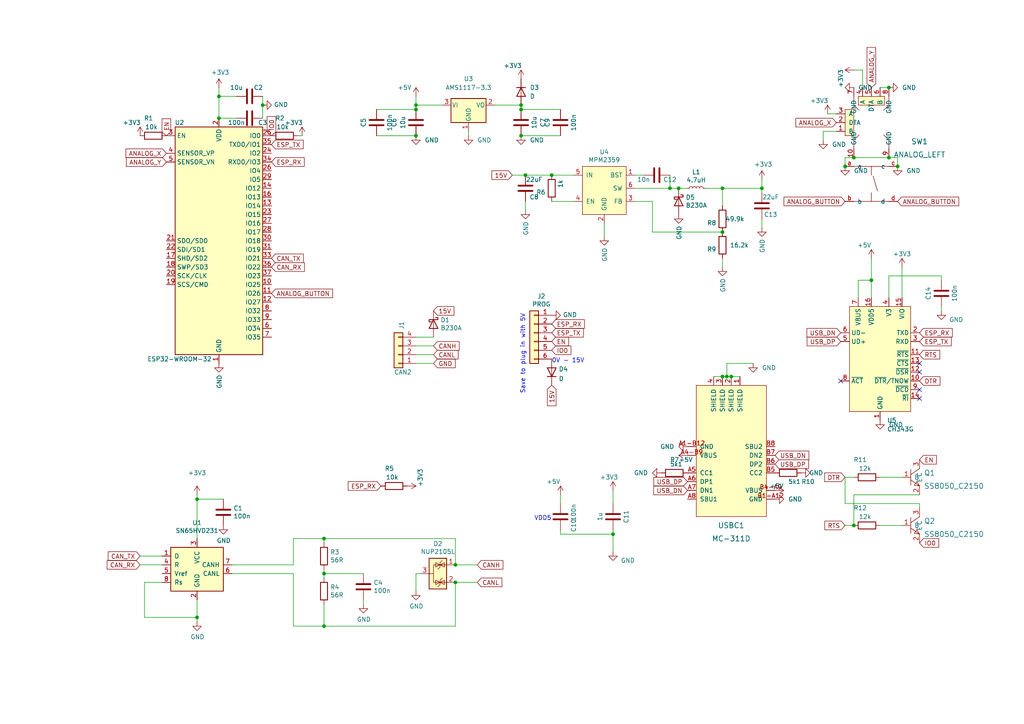
<source format=kicad_sch>
(kicad_sch (version 20211123) (generator eeschema)
  (paper "A4")
  (lib_symbols
    (symbol "Connector_Generic:Conn_01x04" (pin_names (offset 1.016) hide)
      (property "Reference" "J" (at 0 5.08 0))
      (property "Value" "Conn_01x04" (at 0 -7.62 0))
      (symbol "Conn_01x04_1_1"
        (rectangle (start -1.27 -4.953) (end 0 -5.207) (stroke (width 0.1524)))
        (rectangle (start -1.27 -2.413) (end 0 -2.667) (stroke (width 0.1524)))
        (rectangle (start -1.27 0.127) (end 0 -0.127) (stroke (width 0.1524)))
        (rectangle (start -1.27 2.667) (end 0 2.413) (stroke (width 0.1524)))
        (rectangle (start -1.27 3.81) (end 1.27 -6.35) (stroke (width 0.254)) (fill (type background)))
        (pin passive line (at -5.08 2.54 0) (length 3.81) (name "Pin_1") (number "1"))
        (pin passive line (at -5.08 0 0) (length 3.81) (name "Pin_2") (number "2"))
        (pin passive line (at -5.08 -2.54 0) (length 3.81) (name "Pin_3") (number "3"))
        (pin passive line (at -5.08 -5.08 0) (length 3.81) (name "Pin_4") (number "4"))
      )
    )
    (symbol "Connector_Generic:Conn_01x06" (pin_names (offset 1.016) hide)
      (property "Reference" "J" (at 0 7.62 0))
      (property "Value" "Conn_01x06" (at 0 -10.16 0))
      (symbol "Conn_01x06_1_1"
        (rectangle (start -1.27 -7.493) (end 0 -7.747) (stroke (width 0.1524)))
        (rectangle (start -1.27 -4.953) (end 0 -5.207) (stroke (width 0.1524)))
        (rectangle (start -1.27 -2.413) (end 0 -2.667) (stroke (width 0.1524)))
        (rectangle (start -1.27 0.127) (end 0 -0.127) (stroke (width 0.1524)))
        (rectangle (start -1.27 2.667) (end 0 2.413) (stroke (width 0.1524)))
        (rectangle (start -1.27 5.207) (end 0 4.953) (stroke (width 0.1524)))
        (rectangle (start -1.27 6.35) (end 1.27 -8.89) (stroke (width 0.254)) (fill (type background)))
        (pin passive line (at -5.08 5.08 0) (length 3.81) (name "Pin_1") (number "1"))
        (pin passive line (at -5.08 2.54 0) (length 3.81) (name "Pin_2") (number "2"))
        (pin passive line (at -5.08 0 0) (length 3.81) (name "Pin_3") (number "3"))
        (pin passive line (at -5.08 -2.54 0) (length 3.81) (name "Pin_4") (number "4"))
        (pin passive line (at -5.08 -5.08 0) (length 3.81) (name "Pin_5") (number "5"))
        (pin passive line (at -5.08 -7.62 0) (length 3.81) (name "Pin_6") (number "6"))
      )
    )
    (symbol "Device:C" (pin_numbers hide) (pin_names (offset 0.254))
      (property "Reference" "C" (at 0.635 2.54 0))
      (property "Value" "C" (at 0.635 -2.54 0))
      (symbol "C_0_1"
        (polyline (pts (xy -2.032 -0.762) (xy 2.032 -0.762)) (stroke (width 0.508)))
        (polyline (pts (xy -2.032 0.762) (xy 2.032 0.762)) (stroke (width 0.508)))
      )
      (symbol "C_1_1"
        (pin passive line (at 0 3.81 270) (length 2.794) (name "~") (number "1"))
        (pin passive line (at 0 -3.81 90) (length 2.794) (name "~") (number "2"))
      )
    )
    (symbol "Device:D" (pin_numbers hide) (pin_names (offset 1.016) hide)
      (property "Reference" "D" (at 0 2.54 0))
      (property "Value" "D" (at 0 -2.54 0))
      (symbol "D_0_1"
        (polyline (pts (xy -1.27 1.27) (xy -1.27 -1.27)) (stroke (width 0.254)))
        (polyline (pts (xy 1.27 0) (xy -1.27 0)))
        (polyline (pts (xy 1.27 1.27) (xy 1.27 -1.27) (xy -1.27 0) (xy 1.27 1.27)) (stroke (width 0.254)))
      )
      (symbol "D_1_1"
        (pin passive line (at -3.81 0 0) (length 2.54) (name "K") (number "1"))
        (pin passive line (at 3.81 0 180) (length 2.54) (name "A") (number "2"))
      )
    )
    (symbol "Device:L_Small" (pin_numbers hide) (pin_names (offset 0.254) hide)
      (property "Reference" "L" (at 0.762 1.016 0))
      (property "Value" "L_Small" (at 0.762 -1.016 0))
      (symbol "L_Small_0_1"
        (arc (start 0 -2.032) (mid 0.508 -1.524) (end 0 -1.016))
        (arc (start 0 -1.016) (mid 0.508 -0.508) (end 0 0))
        (arc (start 0 0) (mid 0.508 0.508) (end 0 1.016))
        (arc (start 0 1.016) (mid 0.508 1.524) (end 0 2.032))
      )
      (symbol "L_Small_1_1"
        (pin passive line (at 0 2.54 270) (length 0.508) (name "~") (number "1"))
        (pin passive line (at 0 -2.54 90) (length 0.508) (name "~") (number "2"))
      )
    )
    (symbol "Device:R" (pin_numbers hide) (pin_names (offset 0))
      (property "Reference" "R" (at 2.032 0 90))
      (property "Value" "R" (at 0 0 90))
      (symbol "R_0_1"
        (rectangle (start -1.016 -2.54) (end 1.016 2.54) (stroke (width 0.254)))
      )
      (symbol "R_1_1"
        (pin passive line (at 0 3.81 270) (length 1.27) (name "~") (number "1"))
        (pin passive line (at 0 -3.81 90) (length 1.27) (name "~") (number "2"))
      )
    )
    (symbol "Diode:B230" (pin_numbers hide) (pin_names (offset 1.016) hide)
      (property "Reference" "D" (at 0 2.54 0))
      (property "Value" "B230" (at 0 -2.54 0))
      (symbol "B230_0_1"
        (polyline (pts (xy 1.27 0) (xy -1.27 0)))
        (polyline (pts (xy 1.27 1.27) (xy 1.27 -1.27) (xy -1.27 0) (xy 1.27 1.27)) (stroke (width 0.254)))
        (polyline (pts (xy -1.905 0.635) (xy -1.905 1.27) (xy -1.27 1.27) (xy -1.27 -1.27) (xy -0.635 -1.27) (xy -0.635 -0.635)) (stroke (width 0.254)))
      )
      (symbol "B230_1_1"
        (pin passive line (at -3.81 0 0) (length 2.54) (name "K") (number "1"))
        (pin passive line (at 3.81 0 180) (length 2.54) (name "A") (number "2"))
      )
    )
    (symbol "Interface_CAN_LIN:SN65HVD231" (pin_names (offset 1.016))
      (property "Reference" "U" (at -2.54 10.16 0))
      (property "Value" "SN65HVD231" (at -2.54 7.62 0))
      (symbol "SN65HVD231_0_1"
        (rectangle (start -7.62 5.08) (end 7.62 -7.62) (stroke (width 0.254)) (fill (type background)))
      )
      (symbol "SN65HVD231_1_1"
        (pin input line (at -10.16 2.54 0) (length 2.54) (name "D") (number "1"))
        (pin power_in line (at 0 -10.16 90) (length 2.54) (name "GND") (number "2"))
        (pin power_in line (at 0 7.62 270) (length 2.54) (name "VCC") (number "3"))
        (pin output line (at -10.16 0 0) (length 2.54) (name "R") (number "4"))
        (pin output line (at -10.16 -2.54 0) (length 2.54) (name "Vref") (number "5"))
        (pin bidirectional line (at 10.16 -2.54 180) (length 2.54) (name "CANL") (number "6"))
        (pin bidirectional line (at 10.16 0 180) (length 2.54) (name "CANH") (number "7"))
        (pin input line (at -10.16 -5.08 0) (length 2.54) (name "Rs") (number "8"))
      )
    )
    (symbol "Power_Protection:NUP2105L" (pin_names hide)
      (property "Reference" "D" (at 5.715 2.54 0))
      (property "Value" "NUP2105L" (at 5.715 0.635 0))
      (symbol "NUP2105L_0_0"
        (pin passive line (at 0 -5.08 90) (length 2.54) (name "A") (number "3"))
      )
      (symbol "NUP2105L_0_1"
        (rectangle (start -4.445 2.54) (end 4.445 -2.54) (stroke (width 0.254)) (fill (type background)))
        (polyline (pts (xy -2.54 2.54) (xy -2.54 0.635)))
        (polyline (pts (xy 0 -1.27) (xy 0 -2.54)))
        (polyline (pts (xy 2.54 2.54) (xy 2.54 0.635)))
        (polyline (pts (xy -3.81 1.27) (xy -3.175 0.635) (xy -1.905 0.635) (xy -1.27 0)))
        (polyline (pts (xy -2.54 0.635) (xy -2.54 -1.27) (xy 2.54 -1.27) (xy 2.54 0.635)))
        (polyline (pts (xy -2.54 0.635) (xy -1.905 -0.635) (xy -3.175 -0.635) (xy -2.54 0.635)))
        (polyline (pts (xy 2.54 0.635) (xy 1.905 -0.635) (xy 3.175 -0.635) (xy 2.54 0.635)))
        (polyline (pts (xy 2.54 0.635) (xy 3.175 1.905) (xy 1.905 1.905) (xy 2.54 0.635)))
        (polyline (pts (xy -2.54 0.635) (xy -3.175 1.905) (xy -1.905 1.905) (xy -2.54 0.635) (xy -2.54 1.27)))
        (polyline (pts (xy 1.27 1.27) (xy 1.905 0.635) (xy 2.54 0.635) (xy 3.175 0.635) (xy 3.81 0)))
      )
      (symbol "NUP2105L_1_1"
        (pin passive line (at -2.54 5.08 270) (length 2.54) (name "K") (number "1"))
        (pin passive line (at 2.54 5.08 270) (length 2.54) (name "K") (number "2"))
      )
    )
    (symbol "RF_Module:ESP32-WROOM-32"
      (property "Reference" "U" (at -12.7 34.29 0))
      (property "Value" "ESP32-WROOM-32" (at 1.27 34.29 0))
      (symbol "ESP32-WROOM-32_0_1"
        (rectangle (start -12.7 33.02) (end 12.7 -33.02) (stroke (width 0.254)) (fill (type background)))
      )
      (symbol "ESP32-WROOM-32_1_1"
        (pin power_in line (at 0 -35.56 90) (length 2.54) (name "GND") (number "1"))
        (pin bidirectional line (at 15.24 -12.7 180) (length 2.54) (name "IO25") (number "10"))
        (pin bidirectional line (at 15.24 -15.24 180) (length 2.54) (name "IO26") (number "11"))
        (pin bidirectional line (at 15.24 -17.78 180) (length 2.54) (name "IO27") (number "12"))
        (pin bidirectional line (at 15.24 10.16 180) (length 2.54) (name "IO14") (number "13"))
        (pin bidirectional line (at 15.24 15.24 180) (length 2.54) (name "IO12") (number "14"))
        (pin passive line (at 0 -35.56 90) (length 2.54) hide (name "GND") (number "15"))
        (pin bidirectional line (at 15.24 12.7 180) (length 2.54) (name "IO13") (number "16"))
        (pin bidirectional line (at -15.24 -5.08 0) (length 2.54) (name "SHD/SD2") (number "17"))
        (pin bidirectional line (at -15.24 -7.62 0) (length 2.54) (name "SWP/SD3") (number "18"))
        (pin bidirectional line (at -15.24 -12.7 0) (length 2.54) (name "SCS/CMD") (number "19"))
        (pin power_in line (at 0 35.56 270) (length 2.54) (name "VDD") (number "2"))
        (pin bidirectional line (at -15.24 -10.16 0) (length 2.54) (name "SCK/CLK") (number "20"))
        (pin bidirectional line (at -15.24 0 0) (length 2.54) (name "SDO/SD0") (number "21"))
        (pin bidirectional line (at -15.24 -2.54 0) (length 2.54) (name "SDI/SD1") (number "22"))
        (pin bidirectional line (at 15.24 7.62 180) (length 2.54) (name "IO15") (number "23"))
        (pin bidirectional line (at 15.24 25.4 180) (length 2.54) (name "IO2") (number "24"))
        (pin bidirectional line (at 15.24 30.48 180) (length 2.54) (name "IO0") (number "25"))
        (pin bidirectional line (at 15.24 20.32 180) (length 2.54) (name "IO4") (number "26"))
        (pin bidirectional line (at 15.24 5.08 180) (length 2.54) (name "IO16") (number "27"))
        (pin bidirectional line (at 15.24 2.54 180) (length 2.54) (name "IO17") (number "28"))
        (pin bidirectional line (at 15.24 17.78 180) (length 2.54) (name "IO5") (number "29"))
        (pin input line (at -15.24 30.48 0) (length 2.54) (name "EN") (number "3"))
        (pin bidirectional line (at 15.24 0 180) (length 2.54) (name "IO18") (number "30"))
        (pin bidirectional line (at 15.24 -2.54 180) (length 2.54) (name "IO19") (number "31"))
        (pin no_connect line (at -12.7 -27.94 0) (length 2.54) hide (name "NC") (number "32"))
        (pin bidirectional line (at 15.24 -5.08 180) (length 2.54) (name "IO21") (number "33"))
        (pin bidirectional line (at 15.24 22.86 180) (length 2.54) (name "RXD0/IO3") (number "34"))
        (pin bidirectional line (at 15.24 27.94 180) (length 2.54) (name "TXD0/IO1") (number "35"))
        (pin bidirectional line (at 15.24 -7.62 180) (length 2.54) (name "IO22") (number "36"))
        (pin bidirectional line (at 15.24 -10.16 180) (length 2.54) (name "IO23") (number "37"))
        (pin passive line (at 0 -35.56 90) (length 2.54) hide (name "GND") (number "38"))
        (pin passive line (at 0 -35.56 90) (length 2.54) hide (name "GND") (number "39"))
        (pin input line (at -15.24 25.4 0) (length 2.54) (name "SENSOR_VP") (number "4"))
        (pin input line (at -15.24 22.86 0) (length 2.54) (name "SENSOR_VN") (number "5"))
        (pin input line (at 15.24 -25.4 180) (length 2.54) (name "IO34") (number "6"))
        (pin input line (at 15.24 -27.94 180) (length 2.54) (name "IO35") (number "7"))
        (pin bidirectional line (at 15.24 -20.32 180) (length 2.54) (name "IO32") (number "8"))
        (pin bidirectional line (at 15.24 -22.86 180) (length 2.54) (name "IO33") (number "9"))
      )
    )
    (symbol "Regulator_Linear:AMS1117-3.3" (pin_names (offset 0.254))
      (property "Reference" "U" (at -3.81 3.175 0))
      (property "Value" "AMS1117-3.3" (at 0 3.175 0))
      (symbol "AMS1117-3.3_0_1"
        (rectangle (start -5.08 -5.08) (end 5.08 1.905) (stroke (width 0.254)) (fill (type background)))
      )
      (symbol "AMS1117-3.3_1_1"
        (pin power_in line (at 0 -7.62 90) (length 2.54) (name "GND") (number "1"))
        (pin power_out line (at 7.62 0 180) (length 2.54) (name "VO") (number "2"))
        (pin power_in line (at -7.62 0 0) (length 2.54) (name "VI") (number "3"))
      )
    )
    (symbol "SS8050:SS8050_C2150" (pin_names (offset 1.016))
      (property "Reference" "Q?" (at 0 10.16 0))
      (property "Value" "SS8050_C2150" (at 0 -10.16 0))
      (symbol "SS8050_C2150_1_1"
        (polyline (pts (xy -2.54 -0.762) (xy 0 -2.54)))
        (polyline (pts (xy -2.54 2.286) (xy -2.54 -2.286)))
        (polyline (pts (xy 0 2.54) (xy -2.54 0.762)))
        (polyline (pts (xy 0 -2.54) (xy -0.762 -1.27) (xy -1.524 -2.286) (xy 0 -2.54)) (fill (type background)))
        (pin unspecified line (at -5.08 0 0) (length 2.54) (name "B") (number "1"))
        (pin unspecified line (at 0 -5.08 90) (length 2.54) (name "E") (number "2"))
        (pin unspecified line (at 0 5.08 270) (length 2.54) (name "C") (number "3"))
      )
    )
    (symbol "analog_stick:RKJXV122400D" (pin_names (offset 1.016))
      (property "Reference" "SW?" (at 0 22.86 0))
      (property "Value" "RKJXV122400D" (at 0 -20.32 0))
      (symbol "RKJXV122400D_1_1"
        (rectangle (start -7.62 11.43) (end -5.08 3.81) (fill (type background)))
        (rectangle (start -3.81 15.24) (end 3.81 12.7) (fill (type background)))
        (polyline (pts (xy -5.08 -15.24) (xy 5.08 -15.24)))
        (polyline (pts (xy -5.08 -5.08) (xy 5.08 -5.08)))
        (polyline (pts (xy -5.08 12.7) (xy -5.08 15.24)))
        (polyline (pts (xy -5.08 12.7) (xy -3.556 11.176)))
        (polyline (pts (xy 0 -15.24) (xy 0 -12.7)))
        (polyline (pts (xy 0 -5.08) (xy 0 -7.62)))
        (polyline (pts (xy 0.508 -7.874) (xy 1.778 -12.192)))
        (polyline (pts (xy -5.08 0) (xy -5.08 2.54) (xy -3.556 4.064)))
        (polyline (pts (xy 5.08 0) (xy 5.08 2.54) (xy 3.556 4.064)))
        (polyline (pts (xy 5.08 15.24) (xy 5.08 12.7) (xy 3.556 11.176)))
        (pin unspecified line (at -10.16 5.08 0) (length 2.54) (name "B") (number "1"))
        (pin unspecified line (at -5.08 -2.54 90) (length 2.54) (name "GND") (number "10"))
        (pin unspecified line (at -10.16 7.62 0) (length 2.54) (name "DTA") (number "2"))
        (pin unspecified line (at -10.16 10.16 0) (length 2.54) (name "A") (number "3"))
        (pin unspecified line (at -2.54 17.78 270) (length 2.54) (name "A") (number "4"))
        (pin unspecified line (at 0 17.78 270) (length 2.54) (name "DTA") (number "5"))
        (pin unspecified line (at 2.54 17.78 270) (length 2.54) (name "B") (number "6"))
        (pin unspecified line (at -5.08 17.78 270) (length 2.54) (name "GND") (number "7"))
        (pin unspecified line (at 5.08 17.78 270) (length 2.54) (name "GND") (number "8"))
        (pin unspecified line (at 5.08 -2.54 90) (length 2.54) (name "GND") (number "9"))
        (pin unspecified line (at -7.62 -5.08 0) (length 2.54) (name "a") (number "a"))
        (pin unspecified line (at -7.62 -15.24 0) (length 2.54) (name "b") (number "b"))
        (pin unspecified line (at 7.62 -5.08 180) (length 2.54) (name "c") (number "c"))
        (pin unspecified line (at 7.62 -15.24 180) (length 2.54) (name "d") (number "d"))
      )
    )
    (symbol "boardcomputer:MPM2359" (pin_names (offset 1.016))
      (property "Reference" "U" (at 1.27 5.08 0))
      (property "Value" "MPM2359" (at 5.08 2.54 0))
      (symbol "MPM2359_0_1"
        (rectangle (start 0 0) (end 12.7 -13.97) (fill (type background)))
      )
      (symbol "MPM2359_1_1"
        (pin input line (at 15.24 -2.54 180) (length 2.54) (name "BST") (number "1"))
        (pin power_in line (at 6.35 -16.51 90) (length 2.54) (name "GND") (number "2"))
        (pin input line (at 15.24 -10.16 180) (length 2.54) (name "FB") (number "3"))
        (pin input line (at -2.54 -10.16 0) (length 2.54) (name "EN") (number "4"))
        (pin power_in line (at -2.54 -2.54 0) (length 2.54) (name "IN") (number "5"))
        (pin power_out line (at 15.24 -6.35 180) (length 2.54) (name "SW") (number "6"))
      )
    )
    (symbol "power:+3.3V" (power) (pin_names (offset 0))
      (property "Value" "+3.3V" (at 0 3.556 0))
      (symbol "+3.3V_0_1"
        (polyline (pts (xy -0.762 1.27) (xy 0 2.54)))
        (polyline (pts (xy 0 0) (xy 0 2.54)))
        (polyline (pts (xy 0 2.54) (xy 0.762 1.27)))
      )
      (symbol "+3.3V_1_1"
        (pin power_in line (at 0 0 90) (length 0) hide (name "+3V3") (number "1"))
      )
    )
    (symbol "power:+3V3" (power) (pin_names (offset 0))
      (property "Value" "+3V3" (at 0 3.556 0))
      (symbol "+3V3_0_1"
        (polyline (pts (xy -0.762 1.27) (xy 0 2.54)))
        (polyline (pts (xy 0 0) (xy 0 2.54)))
        (polyline (pts (xy 0 2.54) (xy 0.762 1.27)))
      )
      (symbol "+3V3_1_1"
        (pin power_in line (at 0 0 90) (length 0) hide (name "+3V3") (number "1"))
      )
    )
    (symbol "power:+5V" (power) (pin_names (offset 0))
      (property "Value" "+5V" (at 0 3.556 0))
      (symbol "+5V_0_1"
        (polyline (pts (xy -0.762 1.27) (xy 0 2.54)))
        (polyline (pts (xy 0 0) (xy 0 2.54)))
        (polyline (pts (xy 0 2.54) (xy 0.762 1.27)))
      )
      (symbol "+5V_1_1"
        (pin power_in line (at 0 0 90) (length 0) hide (name "+5V") (number "1"))
      )
    )
    (symbol "power:GND" (power) (pin_names (offset 0))
      (property "Value" "GND" (at 0 -3.81 0))
      (symbol "GND_0_1"
        (polyline (pts (xy 0 0) (xy 0 -1.27) (xy 1.27 -1.27) (xy 0 -2.54) (xy -1.27 -1.27) (xy 0 -1.27)))
      )
      (symbol "GND_1_1"
        (pin power_in line (at 0 0 270) (length 0) hide (name "GND") (number "1"))
      )
    )
    (symbol "usb_c_bobby:MC-311D" (pin_names (offset 1.016))
      (property "Reference" "USBC?" (at 0 24.13 0))
      (property "Value" "MC-311D" (at 0 -21.59 0))
      (symbol "MC-311D_1_1"
        (rectangle (start -10.16 16.51) (end 10.16 -21.59) (fill (type background)))
        (pin unspecified line (at 2.54 19.05 270) (length 2.54) (name "SHIELD") (number "1"))
        (pin unspecified line (at 0 19.05 270) (length 2.54) (name "SHIELD") (number "2"))
        (pin unspecified line (at -2.54 19.05 270) (length 2.54) (name "SHIELD") (number "3"))
        (pin unspecified line (at -5.08 19.05 270) (length 2.54) (name "SHIELD") (number "4"))
        (pin unspecified line (at -12.7 -1.27 0) (length 2.54) (name "GND") (number "A1-B12"))
        (pin unspecified line (at -12.7 -3.81 0) (length 2.54) (name "VBUS") (number "A4-B9"))
        (pin unspecified line (at -12.7 -8.89 0) (length 2.54) (name "CC1") (number "A5"))
        (pin unspecified line (at -12.7 -11.43 0) (length 2.54) (name "DP1") (number "A6"))
        (pin unspecified line (at -12.7 -13.97 0) (length 2.54) (name "DN1") (number "A7"))
        (pin unspecified line (at -12.7 -16.51 0) (length 2.54) (name "SBU1") (number "A8"))
        (pin unspecified line (at 12.7 -16.51 180) (length 2.54) (name "GND") (number "B1-A12"))
        (pin unspecified line (at 12.7 -13.97 180) (length 2.54) (name "VBUS") (number "B4-A9"))
        (pin unspecified line (at 12.7 -8.89 180) (length 2.54) (name "CC2") (number "B5"))
        (pin unspecified line (at 12.7 -6.35 180) (length 2.54) (name "DP2") (number "B6"))
        (pin unspecified line (at 12.7 -3.81 180) (length 2.54) (name "DN2") (number "B7"))
        (pin unspecified line (at 12.7 -1.27 180) (length 2.54) (name "SBU2") (number "B8"))
      )
    )
    (symbol "wch-usb-uart:CH343G"
      (property "Reference" "U" (at 6.35 -17.78 0))
      (property "Value" "CH343G" (at 6.35 -20.32 0))
      (symbol "CH343G_0_1"
        (rectangle (start -8.89 15.24) (end 8.89 -15.24) (stroke (width 0.1524)) (fill (type background)))
      )
      (symbol "CH343G_1_1"
        (pin passive line (at 0 -17.78 90) (length 2.54) (name "GND") (number "1"))
        (pin output line (at 11.43 -6.35 180) (length 2.54) (name "~{DTR}/TNOW") (number "10"))
        (pin output line (at 11.43 1.27 180) (length 2.54) (name "~{RTS}") (number "11"))
        (pin input line (at 11.43 -3.81 180) (length 2.54) (name "~{DSR}") (number "12"))
        (pin input line (at 11.43 -1.27 180) (length 2.54) (name "~{CTS}") (number "13"))
        (pin input line (at 11.43 -11.43 180) (length 2.54) (name "~{RI}") (number "14"))
        (pin power_in line (at 6.35 17.78 270) (length 2.54) (name "VIO") (number "15"))
        (pin power_in line (at -2.54 17.78 270) (length 2.54) (name "VDD5") (number "16"))
        (pin output line (at 11.43 7.62 180) (length 2.54) (name "TXD") (number "2"))
        (pin input line (at 11.43 5.08 180) (length 2.54) (name "RXD") (number "3"))
        (pin power_in line (at 2.54 17.78 270) (length 2.54) (name "V3") (number "4"))
        (pin bidirectional line (at -11.43 5.08 0) (length 2.54) (name "UD+") (number "5"))
        (pin bidirectional line (at -11.43 7.62 0) (length 2.54) (name "UD-") (number "6"))
        (pin input line (at -6.35 17.78 270) (length 2.54) (name "VBUS") (number "7"))
        (pin output line (at -11.43 -6.35 0) (length 2.54) (name "~{ACT}") (number "8"))
        (pin input line (at 11.43 -8.89 180) (length 2.54) (name "~{DCD}") (number "9"))
      )
    )
  )
  (junction (at 132.08 163.83))
  (junction (at 257.81 45.72))
  (junction (at 151.13 30.48))
  (junction (at 260.35 48.26))
  (junction (at 63.5 34.29))
  (junction (at 120.65 30.48))
  (junction (at 177.8 154.94))
  (junction (at 196.85 54.61))
  (junction (at 247.65 152.4))
  (junction (at 212.09 109.22))
  (junction (at 220.98 54.61))
  (junction (at 93.98 156.21))
  (junction (at 160.02 50.8))
  (junction (at 57.15 144.78))
  (junction (at 63.5 27.94))
  (junction (at 257.81 25.4))
  (junction (at 209.55 67.31))
  (junction (at 57.15 179.07))
  (junction (at 132.08 168.91))
  (junction (at 245.11 48.26))
  (junction (at 93.98 166.37))
  (junction (at 209.55 54.61))
  (junction (at 247.65 45.72))
  (junction (at 151.13 31.75))
  (junction (at 209.55 109.22))
  (junction (at 252.73 81.28))
  (junction (at 120.65 39.37))
  (junction (at 151.13 39.37))
  (junction (at 76.2 30.48))
  (junction (at 210.82 109.22))
  (junction (at 194.31 54.61))
  (junction (at 120.65 31.75))
  (junction (at 152.4 50.8))
  (junction (at 93.98 181.61))
  (no_connect (at 266.7 107.95))
  (no_connect (at 243.84 110.49))
  (no_connect (at 266.7 113.03))
  (no_connect (at 266.7 105.41))
  (no_connect (at 266.7 115.57))
  (wire (pts (xy 152.4 58.42) (xy 152.4 60.96)))
  (wire (pts (xy 57.15 179.07) (xy 57.15 180.34)))
  (wire (pts (xy 160.02 58.42) (xy 166.37 58.42)))
  (wire (pts (xy 120.65 30.48) (xy 120.65 31.75)))
  (wire (pts (xy 87.63 39.37) (xy 86.36 39.37)))
  (wire (pts (xy 68.58 27.94) (xy 63.5 27.94)))
  (wire (pts (xy 240.03 33.02) (xy 242.57 33.02)))
  (wire (pts (xy 177.8 142.24) (xy 177.8 146.05)))
  (wire (pts (xy 93.98 156.21) (xy 93.98 157.48)))
  (wire (pts (xy 41.91 168.91) (xy 41.91 179.07)))
  (wire (pts (xy 64.77 144.78) (xy 57.15 144.78)))
  (wire (pts (xy 93.98 181.61) (xy 132.08 181.61)))
  (wire (pts (xy 184.15 54.61) (xy 194.31 54.61)))
  (wire (pts (xy 132.08 163.83) (xy 138.43 163.83)))
  (wire (pts (xy 266.7 143.51) (xy 247.65 143.51)))
  (wire (pts (xy 143.51 30.48) (xy 151.13 30.48)))
  (wire (pts (xy 175.26 64.77) (xy 175.26 68.58)))
  (wire (pts (xy 220.98 52.07) (xy 220.98 54.61)))
  (wire (pts (xy 57.15 144.78) (xy 57.15 156.21)))
  (wire (pts (xy 162.56 154.94) (xy 177.8 154.94)))
  (wire (pts (xy 67.31 166.37) (xy 85.09 166.37)))
  (wire (pts (xy 257.81 80.01) (xy 257.81 86.36)))
  (wire (pts (xy 242.57 38.1) (xy 238.76 38.1)))
  (wire (pts (xy 189.23 58.42) (xy 189.23 67.31)))
  (wire (pts (xy 209.55 54.61) (xy 220.98 54.61)))
  (wire (pts (xy 151.13 30.48) (xy 151.13 31.75)))
  (wire (pts (xy 189.23 67.31) (xy 209.55 67.31)))
  (wire (pts (xy 247.65 20.32) (xy 250.19 20.32)))
  (wire (pts (xy 40.64 161.29) (xy 46.99 161.29)))
  (wire (pts (xy 162.56 153.67) (xy 162.56 154.94)))
  (wire (pts (xy 166.37 50.8) (xy 160.02 50.8)))
  (wire (pts (xy 238.76 38.1) (xy 238.76 40.64)))
  (wire (pts (xy 125.73 100.33) (xy 120.65 100.33)))
  (wire (pts (xy 273.05 88.9) (xy 273.05 90.17)))
  (wire (pts (xy 152.4 50.8) (xy 160.02 50.8)))
  (wire (pts (xy 220.98 66.04) (xy 220.98 63.5)))
  (wire (pts (xy 220.98 54.61) (xy 220.98 55.88)))
  (wire (pts (xy 266.7 146.05) (xy 266.7 147.32)))
  (wire (pts (xy 245.11 146.05) (xy 266.7 146.05)))
  (wire (pts (xy 63.5 27.94) (xy 63.5 25.4)))
  (wire (pts (xy 105.41 175.26) (xy 105.41 173.99)))
  (wire (pts (xy 204.47 54.61) (xy 209.55 54.61)))
  (wire (pts (xy 132.08 181.61) (xy 132.08 168.91)))
  (wire (pts (xy 57.15 173.99) (xy 57.15 179.07)))
  (wire (pts (xy 194.31 54.61) (xy 196.85 54.61)))
  (wire (pts (xy 252.73 74.93) (xy 252.73 81.28)))
  (wire (pts (xy 209.55 59.69) (xy 209.55 54.61)))
  (wire (pts (xy 245.11 152.4) (xy 247.65 152.4)))
  (wire (pts (xy 255.27 138.43) (xy 261.62 138.43)))
  (wire (pts (xy 177.8 153.67) (xy 177.8 154.94)))
  (wire (pts (xy 120.65 166.37) (xy 121.92 166.37)))
  (wire (pts (xy 93.98 165.1) (xy 93.98 166.37)))
  (wire (pts (xy 76.2 30.48) (xy 76.2 27.94)))
  (wire (pts (xy 132.08 168.91) (xy 138.43 168.91)))
  (wire (pts (xy 210.82 105.41) (xy 210.82 109.22)))
  (wire (pts (xy 247.65 45.72) (xy 257.81 45.72)))
  (wire (pts (xy 57.15 143.51) (xy 57.15 144.78)))
  (wire (pts (xy 63.5 34.29) (xy 63.5 27.94)))
  (wire (pts (xy 46.99 168.91) (xy 41.91 168.91)))
  (wire (pts (xy 63.5 34.29) (xy 68.58 34.29)))
  (wire (pts (xy 67.31 163.83) (xy 85.09 163.83)))
  (wire (pts (xy 255.27 25.4) (xy 257.81 25.4)))
  (wire (pts (xy 245.11 138.43) (xy 247.65 138.43)))
  (wire (pts (xy 260.35 45.72) (xy 260.35 48.26)))
  (wire (pts (xy 151.13 31.75) (xy 162.56 31.75)))
  (wire (pts (xy 255.27 152.4) (xy 261.62 152.4)))
  (wire (pts (xy 109.22 39.37) (xy 120.65 39.37)))
  (wire (pts (xy 109.22 31.75) (xy 120.65 31.75)))
  (wire (pts (xy 245.11 48.26) (xy 245.11 45.72)))
  (wire (pts (xy 125.73 105.41) (xy 120.65 105.41)))
  (wire (pts (xy 273.05 80.01) (xy 273.05 81.28)))
  (wire (pts (xy 162.56 143.51) (xy 162.56 146.05)))
  (wire (pts (xy 210.82 109.22) (xy 212.09 109.22)))
  (wire (pts (xy 76.2 34.29) (xy 76.2 30.48)))
  (wire (pts (xy 93.98 166.37) (xy 93.98 167.64)))
  (wire (pts (xy 120.65 30.48) (xy 128.27 30.48)))
  (wire (pts (xy 209.55 109.22) (xy 207.01 109.22)))
  (wire (pts (xy 120.65 27.94) (xy 120.65 30.48)))
  (wire (pts (xy 120.65 102.87) (xy 125.73 102.87)))
  (wire (pts (xy 210.82 109.22) (xy 209.55 109.22)))
  (wire (pts (xy 245.11 138.43) (xy 245.11 146.05)))
  (wire (pts (xy 177.8 154.94) (xy 177.8 160.02)))
  (wire (pts (xy 218.44 105.41) (xy 210.82 105.41)))
  (wire (pts (xy 252.73 81.28) (xy 252.73 86.36)))
  (wire (pts (xy 196.85 54.61) (xy 199.39 54.61)))
  (wire (pts (xy 247.65 143.51) (xy 247.65 152.4)))
  (wire (pts (xy 93.98 175.26) (xy 93.98 181.61)))
  (wire (pts (xy 151.13 39.37) (xy 162.56 39.37)))
  (wire (pts (xy 184.15 58.42) (xy 189.23 58.42)))
  (wire (pts (xy 257.81 45.72) (xy 260.35 45.72)))
  (wire (pts (xy 212.09 109.22) (xy 214.63 109.22)))
  (wire (pts (xy 135.89 39.37) (xy 135.89 38.1)))
  (wire (pts (xy 120.65 97.79) (xy 125.73 97.79)))
  (wire (pts (xy 41.91 179.07) (xy 57.15 179.07)))
  (wire (pts (xy 252.73 81.28) (xy 248.92 81.28)))
  (wire (pts (xy 132.08 156.21) (xy 132.08 163.83)))
  (wire (pts (xy 209.55 74.93) (xy 209.55 77.47)))
  (wire (pts (xy 257.81 80.01) (xy 273.05 80.01)))
  (wire (pts (xy 120.65 171.45) (xy 120.65 166.37)))
  (wire (pts (xy 85.09 166.37) (xy 85.09 181.61)))
  (wire (pts (xy 85.09 156.21) (xy 85.09 163.83)))
  (wire (pts (xy 184.15 50.8) (xy 186.69 50.8)))
  (wire (pts (xy 250.19 20.32) (xy 250.19 25.4)))
  (wire (pts (xy 40.64 163.83) (xy 46.99 163.83)))
  (wire (pts (xy 85.09 181.61) (xy 93.98 181.61)))
  (wire (pts (xy 85.09 156.21) (xy 93.98 156.21)))
  (wire (pts (xy 248.92 81.28) (xy 248.92 86.36)))
  (wire (pts (xy 105.41 166.37) (xy 93.98 166.37)))
  (wire (pts (xy 194.31 50.8) (xy 194.31 54.61)))
  (wire (pts (xy 261.62 77.47) (xy 261.62 86.36)))
  (wire (pts (xy 245.11 45.72) (xy 247.65 45.72)))
  (wire (pts (xy 93.98 156.21) (xy 132.08 156.21)))
  (wire (pts (xy 148.59 50.8) (xy 152.4 50.8)))
  (text "VDD5" (at 154.94 151.13 0) (effects (font (size 1.27 1.27)) (justify left bottom)))
  (text "Save to plug in with 5V" (at 152.4 114.3 90) (effects (font (size 1.27 1.27)) (justify left bottom)))
  (text "0V - 15V" (at 160.02 105.41 0) (effects (font (size 1.27 1.27)) (justify left bottom)))
  (global_label "ESP_TX" (shape input) (at 78.74 41.91 0) (property "Referenzen zwischen Schaltplänen" "${INTERSHEET_REFS}" (effects hide)))
  (global_label "ESP_TX" (shape input) (at 266.7 99.06 0) (property "Referenzen zwischen Schaltplänen" "${INTERSHEET_REFS}" (effects hide)))
  (global_label "CANH" (shape input) (at 138.43 163.83 0) (property "Referenzen zwischen Schaltplänen" "${INTERSHEET_REFS}" (effects hide)))
  (global_label "IO0" (shape input) (at 78.74 39.37 90) (property "Referenzen zwischen Schaltplänen" "${INTERSHEET_REFS}" (effects hide)))
  (global_label "GND" (shape input) (at 125.73 105.41 0) (property "Referenzen zwischen Schaltplänen" "${INTERSHEET_REFS}" (effects hide)))
  (global_label "IO0" (shape input) (at 266.7 157.48 0) (property "Referenzen zwischen Schaltplänen" "${INTERSHEET_REFS}" (effects hide)))
  (global_label "CAN_RX" (shape input) (at 78.74 77.47 0) (property "Referenzen zwischen Schaltplänen" "${INTERSHEET_REFS}" (effects hide)))
  (global_label "RTS" (shape input) (at 266.7 102.87 0) (property "Referenzen zwischen Schaltplänen" "${INTERSHEET_REFS}" (effects hide)))
  (global_label "EN" (shape input) (at 160.02 99.06 0) (property "Referenzen zwischen Schaltplänen" "${INTERSHEET_REFS}" (effects hide)))
  (global_label "USB_DN" (shape input) (at 243.84 96.52 180) (property "Referenzen zwischen Schaltplänen" "${INTERSHEET_REFS}" (effects hide)))
  (global_label "CAN_TX" (shape input) (at 40.64 161.29 180) (property "Referenzen zwischen Schaltplänen" "${INTERSHEET_REFS}" (effects hide)))
  (global_label "CAN_RX" (shape input) (at 40.64 163.83 180) (property "Referenzen zwischen Schaltplänen" "${INTERSHEET_REFS}" (effects hide)))
  (global_label "ANALOG_Y" (shape input) (at 252.73 25.4 90) (property "Referenzen zwischen Schaltplänen" "${INTERSHEET_REFS}" (effects hide)))
  (global_label "DTR" (shape input) (at 266.7 110.49 0) (property "Referenzen zwischen Schaltplänen" "${INTERSHEET_REFS}" (effects hide)))
  (global_label "EN" (shape input) (at 266.7 133.35 0) (property "Referenzen zwischen Schaltplänen" "${INTERSHEET_REFS}" (effects hide)))
  (global_label "CANL" (shape input) (at 138.43 168.91 0) (property "Referenzen zwischen Schaltplänen" "${INTERSHEET_REFS}" (effects hide)))
  (global_label "ESP_RX" (shape input) (at 160.02 93.98 0) (property "Referenzen zwischen Schaltplänen" "${INTERSHEET_REFS}" (effects hide)))
  (global_label "CANH" (shape input) (at 125.73 100.33 0) (property "Referenzen zwischen Schaltplänen" "${INTERSHEET_REFS}" (effects hide)))
  (global_label "15V" (shape input) (at 125.73 90.17 0) (property "Referenzen zwischen Schaltplänen" "${INTERSHEET_REFS}" (effects hide)))
  (global_label "ESP_RX" (shape input) (at 266.7 96.52 0) (property "Referenzen zwischen Schaltplänen" "${INTERSHEET_REFS}" (effects hide)))
  (global_label "ANALOG_X" (shape input) (at 242.57 35.56 180) (property "Referenzen zwischen Schaltplänen" "${INTERSHEET_REFS}" (effects hide)))
  (global_label "USB_DP" (shape input) (at 224.79 134.62 0) (property "Referenzen zwischen Schaltplänen" "${INTERSHEET_REFS}" (effects hide)))
  (global_label "15V" (shape input) (at 160.02 111.76 270) (property "Referenzen zwischen Schaltplänen" "${INTERSHEET_REFS}" (effects hide)))
  (global_label "EN" (shape input) (at 48.26 39.37 90) (property "Referenzen zwischen Schaltplänen" "${INTERSHEET_REFS}" (effects hide)))
  (global_label "USB_DP" (shape input) (at 199.39 139.7 180) (property "Referenzen zwischen Schaltplänen" "${INTERSHEET_REFS}" (effects hide)))
  (global_label "ANALOG_BUTTON" (shape input) (at 78.74 85.09 0) (property "Referenzen zwischen Schaltplänen" "${INTERSHEET_REFS}" (effects hide)))
  (global_label "ESP_RX" (shape input) (at 110.49 140.97 180) (property "Referenzen zwischen Schaltplänen" "${INTERSHEET_REFS}" (effects hide)))
  (global_label "DTR" (shape input) (at 245.11 138.43 180) (property "Referenzen zwischen Schaltplänen" "${INTERSHEET_REFS}" (effects hide)))
  (global_label "RTS" (shape input) (at 245.11 152.4 180) (property "Referenzen zwischen Schaltplänen" "${INTERSHEET_REFS}" (effects hide)))
  (global_label "USB_DP" (shape input) (at 243.84 99.06 180) (property "Referenzen zwischen Schaltplänen" "${INTERSHEET_REFS}" (effects hide)))
  (global_label "USB_DN" (shape input) (at 199.39 142.24 180) (property "Referenzen zwischen Schaltplänen" "${INTERSHEET_REFS}" (effects hide)))
  (global_label "ESP_TX" (shape input) (at 160.02 96.52 0) (property "Referenzen zwischen Schaltplänen" "${INTERSHEET_REFS}" (effects hide)))
  (global_label "ANALOG_X" (shape input) (at 48.26 44.45 180) (property "Referenzen zwischen Schaltplänen" "${INTERSHEET_REFS}" (effects hide)))
  (global_label "CAN_TX" (shape input) (at 78.74 74.93 0) (property "Referenzen zwischen Schaltplänen" "${INTERSHEET_REFS}" (effects hide)))
  (global_label "15V" (shape input) (at 148.59 50.8 180) (property "Referenzen zwischen Schaltplänen" "${INTERSHEET_REFS}" (effects hide)))
  (global_label "IO0" (shape input) (at 160.02 101.6 0) (property "Referenzen zwischen Schaltplänen" "${INTERSHEET_REFS}" (effects hide)))
  (global_label "ANALOG_BUTTON" (shape input) (at 245.11 58.42 180) (property "Referenzen zwischen Schaltplänen" "${INTERSHEET_REFS}" (effects hide)))
  (global_label "CANL" (shape input) (at 125.73 102.87 0) (property "Referenzen zwischen Schaltplänen" "${INTERSHEET_REFS}" (effects hide)))
  (global_label "ESP_RX" (shape input) (at 78.74 46.99 0) (property "Referenzen zwischen Schaltplänen" "${INTERSHEET_REFS}" (effects hide)))
  (global_label "USB_DN" (shape input) (at 224.79 132.08 0) (property "Referenzen zwischen Schaltplänen" "${INTERSHEET_REFS}" (effects hide)))
  (global_label "ANALOG_Y" (shape input) (at 48.26 46.99 180) (property "Referenzen zwischen Schaltplänen" "${INTERSHEET_REFS}" (effects hide)))
  (global_label "ANALOG_BUTTON" (shape input) (at 260.35 58.42 0) (property "Referenzen zwischen Schaltplänen" "${INTERSHEET_REFS}" (effects hide)))
  (symbol (lib_id "Device:L_Small") (at 201.93 54.61 90) (unit 1)
    (property "Reference" "L1" (at 201.93 49.911 90))
    (property "Value" "4.7uH" (at 201.93 52.2224 90))
    (property "Footprint" "boardcomputer:L_5040" (effects hide))
    (property "LCSC Part #" "C354606" (effects hide))
  )
  (symbol (lib_id "Device:R") (at 114.3 140.97 90) (unit 1)
    (property "Reference" "R5" (at 114.3 135.89 90) (effects (justify left)))
    (property "Value" "10k" (at 115.57 138.43 90) (effects (justify left)))
    (property "Footprint" "Resistor_SMD:R_0603_1608Metric" (effects hide))
    (property "LCSC" "C25804" (effects hide))
  )
  (symbol (lib_id "power:+5V") (at 162.56 143.51 0) (unit 1)
    (property "Reference" "#PWR0135" (effects hide))
    (property "Value" "+5V" (at 162.56 139.7 0) (effects (justify right)))
  )
  (symbol (lib_id "power:GND") (at 218.44 105.41 0) (unit 1)
    (property "Reference" "#PWR0120" (effects hide))
    (property "Value" "GND" (at 220.98 106.6799 0) (effects (justify left)))
  )
  (symbol (lib_id "SS8050:SS8050_C2150") (at 266.7 152.4 0) (unit 1)
    (property "Reference" "Q2" (at 267.97 151.13 0) (effects (font (size 1.524 1.524)) (justify left)))
    (property "Value" "SS8050_C2150" (at 267.97 154.94 0) (effects (font (size 1.524 1.524)) (justify left)))
    (property "Footprint" "SOT-23-3_L2.9-W1.3-P1.90-LS2.4-BR" (effects hide))
    (property "Datasheet" "https://lcsc.com/product-detail/Transistors-NPN-PNP_SS8050-Y1-200-350_C2150.html" (effects hide))
    (property "Manufacturer" "CJ" (effects hide))
    (property "LCSC Part" "C2150" (effects hide))
    (property "JLC Part" "Basic Part" (effects hide))
  )
  (symbol (lib_id "power:GND") (at 76.2 30.48 90) (unit 1)
    (property "Reference" "#PWR0113" (effects hide))
    (property "Value" "GND" (at 79.4512 30.353 90) (effects (justify right)))
  )
  (symbol (lib_id "Device:C") (at 162.56 35.56 180) (unit 1)
    (property "Reference" "C9" (at 158.75 35.56 90))
    (property "Value" "100n" (at 166.37 35.56 90))
    (property "Footprint" "Capacitor_SMD:C_0603_1608Metric" (effects hide))
    (property "LCSC Part #" "C14663" (effects hide))
  )
  (symbol (lib_id "power:GND") (at 120.65 171.45 0) (unit 1)
    (property "Reference" "#PWR0105" (effects hide))
    (property "Value" "GND" (at 120.777 175.8442 0))
  )
  (symbol (lib_id "power:+3.3V") (at 177.8 142.24 0) (unit 1)
    (property "Reference" "#PWR0136" (effects hide))
    (property "Value" "+3.3V" (at 173.99 138.43 0) (effects (justify left)))
  )
  (symbol (lib_id "power:+3.3V") (at 261.62 77.47 0) (unit 1)
    (property "Reference" "#PWR0127" (effects hide))
    (property "Value" "+3.3V" (at 261.62 73.66 0))
  )
  (symbol (lib_id "Device:C") (at 177.8 149.86 180) (unit 1)
    (property "Reference" "C11" (at 181.61 149.86 90))
    (property "Value" "1u" (at 173.99 149.86 90))
    (property "Footprint" "Capacitor_SMD:C_0603_1608Metric" (effects hide))
    (property "LCSC Part #" "C15849" (effects hide))
  )
  (symbol (lib_id "Device:C") (at 220.98 59.69 180) (unit 1)
    (property "Reference" "C13" (at 223.52 62.23 0))
    (property "Value" "22uF" (at 223.52 57.15 0))
    (property "Footprint" "Capacitor_SMD:C_0805_2012Metric" (effects hide))
    (property "LCSC Part #" "C45783" (effects hide))
  )
  (symbol (lib_id "power:GND") (at 220.98 66.04 0) (unit 1)
    (property "Reference" "#PWR0124" (effects hide))
    (property "Value" "GND" (at 221.107 69.2912 90) (effects (justify right)))
  )
  (symbol (lib_id "power:GND") (at 273.05 90.17 0) (unit 1)
    (property "Reference" "#PWR0125" (effects hide))
    (property "Value" "GND" (at 279.4 92.71 0) (effects (justify right)))
  )
  (symbol (lib_id "power:+5V") (at 120.65 27.94 0) (unit 1)
    (property "Reference" "#PWR0107" (effects hide))
    (property "Value" "+5V" (at 119.38 25.4 0) (effects (justify right)))
  )
  (symbol (lib_id "Device:R") (at 44.45 39.37 90) (unit 1)
    (property "Reference" "R1" (at 44.45 34.29 90) (effects (justify left)))
    (property "Value" "10k" (at 45.72 36.83 90) (effects (justify left)))
    (property "Footprint" "Resistor_SMD:R_0603_1608Metric" (effects hide))
    (property "LCSC" "C25804" (effects hide))
  )
  (symbol (lib_id "power:GND") (at 120.65 39.37 0) (unit 1)
    (property "Reference" "#PWR0109" (effects hide))
    (property "Value" "GND" (at 123.19 40.6399 0) (effects (justify left)))
  )
  (symbol (lib_id "power:GND") (at 255.27 121.92 0) (unit 1)
    (property "Reference" "#PWR0126" (effects hide))
    (property "Value" "GND" (at 257.81 123.1899 0) (effects (justify left)))
  )
  (symbol (lib_id "power:+3V3") (at 63.5 25.4 0) (unit 1)
    (property "Reference" "#PWR0111" (effects hide))
    (property "Value" "+3V3" (at 63.881 21.0058 0))
  )
  (symbol (lib_id "Device:R") (at 251.46 138.43 90) (unit 1)
    (property "Reference" "R11" (at 251.46 133.35 90) (effects (justify left)))
    (property "Value" "12k" (at 252.73 135.89 90) (effects (justify left)))
    (property "Footprint" "Resistor_SMD:R_0603_1608Metric" (effects hide))
    (property "LCSC" "C22790" (effects hide))
  )
  (symbol (lib_id "Device:R") (at 209.55 71.12 180) (unit 1)
    (property "Reference" "R9" (at 207.772 72.2884 0) (effects (justify left)))
    (property "Value" "16.2k" (at 217.17 71.12 0) (effects (justify left)))
    (property "Footprint" "Resistor_SMD:R_0603_1608Metric" (effects hide))
    (property "LCSC Part #" "C22885" (effects hide))
  )
  (symbol (lib_id "Device:C") (at 151.13 35.56 0) (unit 1)
    (property "Reference" "C7" (at 157.48 35.56 90))
    (property "Value" "10u" (at 154.94 35.56 90))
    (property "Footprint" "Capacitor_SMD:C_0603_1608Metric" (effects hide))
    (property "LCSC Part #" "C19702" (effects hide))
  )
  (symbol (lib_id "power:+5V") (at 252.73 74.93 0) (unit 1)
    (property "Reference" "#PWR0123" (effects hide))
    (property "Value" "+5V" (at 252.73 71.12 0) (effects (justify right)))
  )
  (symbol (lib_id "power:GND") (at 191.77 137.16 270) (unit 1)
    (property "Reference" "#PWR0134" (effects hide))
    (property "Value" "GND" (at 187.96 137.1599 90) (effects (justify right)))
  )
  (symbol (lib_id "power:GND") (at 64.77 152.4 0) (unit 1)
    (property "Reference" "#PWR0102" (effects hide))
    (property "Value" "GND" (at 64.897 156.7942 0))
  )
  (symbol (lib_id "Device:C") (at 109.22 35.56 180) (unit 1)
    (property "Reference" "C5" (at 105.41 35.56 90))
    (property "Value" "100n" (at 113.03 35.56 90))
    (property "Footprint" "Capacitor_SMD:C_0603_1608Metric" (effects hide))
    (property "LCSC Part #" "C14663" (effects hide))
  )
  (symbol (lib_id "usb_c_bobby:MC-311D") (at 212.09 128.27 0) (unit 1)
    (property "Reference" "USBC1" (at 212.09 152.4 0) (effects (font (size 1.524 1.524))))
    (property "Value" "MC-311D" (at 212.09 156.21 0) (effects (font (size 1.524 1.524))))
    (property "Footprint" "USB-C-SMD_MC-311D" (effects hide))
    (property "Datasheet" "https://lcsc.com/product-detail/USB-Type-C_MC-311D_C136423.html" (effects hide))
    (property "Manufacturer" "SOFNG" (effects hide))
    (property "LCSC Part" "C136423" (effects hide))
    (property "JLC Part" "Extended Part" (effects hide))
  )
  (symbol (lib_id "Device:C") (at 162.56 149.86 180) (unit 1)
    (property "Reference" "C10" (at 166.37 152.4 90))
    (property "Value" "100n" (at 166.37 148.59 90))
    (property "Footprint" "Capacitor_SMD:C_0603_1608Metric" (effects hide))
    (property "LCSC Part #" "C14663" (effects hide))
  )
  (symbol (lib_id "power:+3.3V") (at 87.63 39.37 0) (unit 1)
    (property "Reference" "#PWR0112" (effects hide))
    (property "Value" "+3.3V" (at 82.55 35.56 0) (effects (justify left)))
  )
  (symbol (lib_id "Interface_CAN_LIN:SN65HVD231") (at 57.15 163.83 0) (unit 1)
    (property "Reference" "U1" (at 57.15 151.6126 0))
    (property "Value" "SN65HVD231" (at 57.15 153.924 0))
    (property "Footprint" "Package_SO:SOIC-8_3.9x4.9mm_P1.27mm" (effects hide))
    (property "Datasheet" "http://www.ti.com/lit/ds/symlink/sn65hvd230.pdf" (effects hide))
    (property "LCSC Part #" "C30530" (effects hide))
  )
  (symbol (lib_id "Device:C") (at 120.65 35.56 180) (unit 1)
    (property "Reference" "C6" (at 114.3 35.56 90))
    (property "Value" "10u" (at 116.84 35.56 90))
    (property "Footprint" "Capacitor_SMD:C_0603_1608Metric" (effects hide))
    (property "LCSC Part #" "C19702" (effects hide))
  )
  (symbol (lib_id "Regulator_Linear:AMS1117-3.3") (at 135.89 30.48 0) (unit 1)
    (property "Reference" "U3" (at 135.89 22.86 0))
    (property "Value" "AMS1117-3.3" (at 135.89 25.4 0))
    (property "Footprint" "Package_TO_SOT_SMD:SOT-223-3_TabPin2" (effects hide))
    (property "Datasheet" "http://www.advanced-monolithic.com/pdf/ds1117.pdf" (effects hide))
    (property "LCSC" "C6186" (effects hide))
  )
  (symbol (lib_id "power:GND") (at 152.4 60.96 0) (unit 1)
    (property "Reference" "#PWR0116" (effects hide))
    (property "Value" "GND" (at 152.527 64.2112 90) (effects (justify right)))
  )
  (symbol (lib_id "Device:R") (at 93.98 161.29 0) (unit 1)
    (property "Reference" "R3" (at 95.758 160.1216 0) (effects (justify left)))
    (property "Value" "56R" (at 95.758 162.433 0) (effects (justify left)))
    (property "Footprint" "Resistor_SMD:R_0603_1608Metric" (effects hide))
    (property "LCSC Part #" "C25196" (effects hide))
  )
  (symbol (lib_id "power:GND") (at 260.35 48.26 0) (unit 1)
    (property "Reference" "#PWR0144" (effects hide))
    (property "Value" "GND" (at 262.89 49.5299 0) (effects (justify left)))
  )
  (symbol (lib_id "Device:R") (at 195.58 137.16 270) (unit 1)
    (property "Reference" "R7" (at 194.31 133.35 90) (effects (justify left)))
    (property "Value" "5k1" (at 194.31 134.62 90) (effects (justify left)))
    (property "Footprint" "Resistor_SMD:R_0603_1608Metric" (effects hide))
    (property "LCSC" "C23186" (effects hide))
  )
  (symbol (lib_id "power:GND") (at 209.55 77.47 0) (unit 1)
    (property "Reference" "#PWR0122" (effects hide))
    (property "Value" "GND" (at 209.677 80.7212 90) (effects (justify right)))
  )
  (symbol (lib_id "power:GND") (at 245.11 48.26 0) (unit 1)
    (property "Reference" "#PWR0142" (effects hide))
    (property "Value" "GND" (at 247.65 49.5299 0) (effects (justify left)))
  )
  (symbol (lib_id "SS8050:SS8050_C2150") (at 266.7 138.43 0) (unit 1)
    (property "Reference" "Q1" (at 267.97 137.16 0) (effects (font (size 1.524 1.524)) (justify left)))
    (property "Value" "SS8050_C2150" (at 267.97 140.97 0) (effects (font (size 1.524 1.524)) (justify left)))
    (property "Footprint" "SOT-23-3_L2.9-W1.3-P1.90-LS2.4-BR" (effects hide))
    (property "Datasheet" "https://lcsc.com/product-detail/Transistors-NPN-PNP_SS8050-Y1-200-350_C2150.html" (effects hide))
    (property "Manufacturer" "CJ" (effects hide))
    (property "LCSC Part" "C2150" (effects hide))
    (property "JLC Part" "Basic Part" (effects hide))
  )
  (symbol (lib_id "Device:R") (at 82.55 39.37 90) (unit 1)
    (property "Reference" "R2" (at 82.55 34.29 90) (effects (justify left)))
    (property "Value" "10k" (at 83.82 36.83 90) (effects (justify left)))
    (property "Footprint" "Resistor_SMD:R_0603_1608Metric" (effects hide))
    (property "LCSC" "C25804" (effects hide))
  )
  (symbol (lib_id "power:+3.3V") (at 247.65 20.32 90) (unit 1)
    (property "Reference" "#PWR0139" (effects hide))
    (property "Value" "+3.3V" (at 243.84 25.4 0) (effects (justify left)))
  )
  (symbol (lib_id "RF_Module:ESP32-WROOM-32") (at 63.5 69.85 0) (unit 1)
    (property "Reference" "U2" (at 52.07 35.56 0))
    (property "Value" "ESP32-WROOM-32" (at 52.07 104.14 0))
    (property "Footprint" "RF_Module:ESP32-WROOM-32" (effects hide))
    (property "Datasheet" "https://www.espressif.com/sites/default/files/documentation/esp32-wroom-32_datasheet_en.pdf" (effects hide))
    (property "LCSC Part #" "C701342" (effects hide))
  )
  (symbol (lib_id "Connector_Generic:Conn_01x06") (at 154.94 96.52 0) (mirror y) (unit 1)
    (property "Reference" "J2" (at 157.0228 85.9282 0))
    (property "Value" "PROG" (at 157.0228 88.2396 0))
    (property "Footprint" "Connector_JST:JST_XH_B6B-XH-A_1x06_P2.50mm_Vertical" (effects hide))
    (property "LCSC Part #" "C144397" (effects hide))
  )
  (symbol (lib_id "Device:R") (at 251.46 152.4 90) (unit 1)
    (property "Reference" "R12" (at 251.46 147.32 90) (effects (justify left)))
    (property "Value" "12k" (at 252.73 149.86 90) (effects (justify left)))
    (property "Footprint" "Resistor_SMD:R_0603_1608Metric" (effects hide))
    (property "LCSC" "C22790" (effects hide))
  )
  (symbol (lib_id "Diode:B230") (at 125.73 93.98 270) (unit 1)
    (property "Reference" "D1" (at 127.762 92.8116 90) (effects (justify left)))
    (property "Value" "B230A" (at 127.762 95.123 90) (effects (justify left)))
    (property "Footprint" "Diode_SMD:D_SMA" (effects hide))
    (property "Datasheet" "http://www.jameco.com/Jameco/Products/ProdDS/1538777.pdf" (effects hide))
    (property "LCSC Part #" "C12889" (effects hide))
  )
  (symbol (lib_id "power:GND") (at 247.65 25.4 270) (unit 1)
    (property "Reference" "#PWR0138" (effects hide))
    (property "Value" "GND" (at 248.92 25.3999 90) (effects (justify left)))
  )
  (symbol (lib_id "power:GND") (at 199.39 129.54 270) (unit 1)
    (property "Reference" "#PWR0132" (effects hide))
    (property "Value" "GND" (at 195.58 129.5399 90) (effects (justify right)))
  )
  (symbol (lib_id "power:GND") (at 57.15 180.34 0) (unit 1)
    (property "Reference" "#PWR0103" (effects hide))
    (property "Value" "GND" (at 57.277 184.7342 0))
  )
  (symbol (lib_id "power:GND") (at 196.85 62.23 0) (unit 1)
    (property "Reference" "#PWR0115" (effects hide))
    (property "Value" "GND" (at 196.977 65.4812 90) (effects (justify right)))
  )
  (symbol (lib_id "power:+3.3V") (at 151.13 22.86 0) (unit 1)
    (property "Reference" "#PWR0119" (effects hide))
    (property "Value" "+3.3V" (at 146.05 19.05 0) (effects (justify left)))
  )
  (symbol (lib_id "Power_Protection:NUP2105L") (at 127 166.37 270) (unit 1)
    (property "Reference" "D2" (at 127 157.6832 90))
    (property "Value" "NUP2105L" (at 127 159.9946 90))
    (property "Footprint" "Package_TO_SOT_SMD:SOT-23" (effects hide))
    (property "Datasheet" "http://www.onsemi.com/pub_link/Collateral/NUP2105L-D.PDF" (effects hide))
    (property "LCSC Part #" "C284104" (effects hide))
  )
  (symbol (lib_id "Device:R") (at 228.6 137.16 270) (unit 1)
    (property "Reference" "R10" (at 232.41 139.7 90) (effects (justify left)))
    (property "Value" "5k1" (at 228.6 139.7 90) (effects (justify left)))
    (property "Footprint" "Resistor_SMD:R_0603_1608Metric" (effects hide))
    (property "LCSC" "C23186" (effects hide))
  )
  (symbol (lib_id "Device:C") (at 72.39 34.29 270) (unit 1)
    (property "Reference" "C3" (at 76.2 35.56 90))
    (property "Value" "100n" (at 68.58 35.56 90))
    (property "Footprint" "Capacitor_SMD:C_0603_1608Metric" (effects hide))
    (property "LCSC Part #" "C14663" (effects hide))
  )
  (symbol (lib_id "Device:C") (at 273.05 85.09 180) (unit 1)
    (property "Reference" "C14" (at 269.24 85.09 90))
    (property "Value" "100n" (at 276.86 85.09 90))
    (property "Footprint" "Capacitor_SMD:C_0603_1608Metric" (effects hide))
    (property "LCSC Part #" "C14663" (effects hide))
  )
  (symbol (lib_id "power:GND") (at 135.89 39.37 0) (unit 1)
    (property "Reference" "#PWR0108" (effects hide))
    (property "Value" "GND" (at 138.43 40.6399 0) (effects (justify left)))
  )
  (symbol (lib_id "power:GND") (at 105.41 175.26 0) (unit 1)
    (property "Reference" "#PWR0104" (effects hide))
    (property "Value" "GND" (at 105.537 179.6542 0))
  )
  (symbol (lib_id "Device:D") (at 151.13 26.67 270) (unit 1)
    (property "Reference" "D3" (at 153.67 25.3999 90) (effects (justify left)))
    (property "Value" "D" (at 153.67 27.9399 90) (effects (justify left)))
    (property "Footprint" "Diode_SMD:D_SOD-123" (effects hide))
    (property "LCSC Part #" "C8598" (effects hide))
  )
  (symbol (lib_id "Device:R") (at 93.98 171.45 0) (unit 1)
    (property "Reference" "R4" (at 95.758 170.2816 0) (effects (justify left)))
    (property "Value" "56R" (at 95.758 172.593 0) (effects (justify left)))
    (property "Footprint" "Resistor_SMD:R_0603_1608Metric" (effects hide))
    (property "LCSC Part #" "C25196" (effects hide))
  )
  (symbol (lib_id "Device:C") (at 105.41 170.18 0) (unit 1)
    (property "Reference" "C4" (at 108.331 169.0116 0) (effects (justify left)))
    (property "Value" "100n" (at 108.331 171.323 0) (effects (justify left)))
    (property "Footprint" "Capacitor_SMD:C_0603_1608Metric" (effects hide))
    (property "LCSC Part #" "C14663" (effects hide))
  )
  (symbol (lib_id "power:GND") (at 63.5 105.41 0) (unit 1)
    (property "Reference" "#PWR0110" (effects hide))
    (property "Value" "GND" (at 63.627 108.6612 90) (effects (justify right)))
  )
  (symbol (lib_id "power:+3.3V") (at 40.64 39.37 0) (unit 1)
    (property "Reference" "#PWR0114" (effects hide))
    (property "Value" "+3.3V" (at 35.56 35.56 0) (effects (justify left)))
  )
  (symbol (lib_id "Device:R") (at 209.55 63.5 180) (unit 1)
    (property "Reference" "R8" (at 207.772 64.6684 0) (effects (justify left)))
    (property "Value" "49.9k" (at 215.9 63.5 0) (effects (justify left)))
    (property "Footprint" "Resistor_SMD:R_0603_1608Metric" (effects hide))
    (property "LCSC Part #" "C23184" (effects hide))
  )
  (symbol (lib_id "power:+3V3") (at 57.15 143.51 0) (unit 1)
    (property "Reference" "#PWR0101" (effects hide))
    (property "Value" "+3V3" (at 57.15 137.16 0))
  )
  (symbol (lib_id "Device:R") (at 160.02 54.61 180) (unit 1)
    (property "Reference" "R6" (at 158.242 55.7784 0) (effects (justify left)))
    (property "Value" "1k" (at 162.56 52.07 90) (effects (justify left)))
    (property "Footprint" "Resistor_SMD:R_0603_1608Metric" (effects hide))
    (property "LCSC Part #" "C21190" (effects hide))
  )
  (symbol (lib_id "power:+3.3V") (at 240.03 33.02 0) (unit 1)
    (property "Reference" "#PWR0141" (effects hide))
    (property "Value" "+3.3V" (at 234.95 29.21 0) (effects (justify left)))
  )
  (symbol (lib_id "Connector_Generic:Conn_01x04") (at 115.57 102.87 180) (unit 1)
    (property "Reference" "J1" (at 116.4844 95.5548 90) (effects (justify right)))
    (property "Value" "CAN2" (at 114.3 107.95 0) (effects (justify right)))
    (property "Footprint" "Connector_JST:JST_XH_B4B-XH-A_1x04_P2.50mm_Vertical" (effects hide))
    (property "LCSC Part #" "C144395" (effects hide))
  )
  (symbol (lib_id "power:GND") (at 160.02 91.44 90) (unit 1)
    (property "Reference" "#PWR0137" (effects hide))
    (property "Value" "GND" (at 163.2712 91.313 90) (effects (justify right)))
  )
  (symbol (lib_id "power:GND") (at 151.13 39.37 0) (unit 1)
    (property "Reference" "#PWR0117" (effects hide))
    (property "Value" "GND" (at 153.67 40.6399 0) (effects (justify left)))
  )
  (symbol (lib_id "Device:C") (at 152.4 54.61 180) (unit 1)
    (property "Reference" "C8" (at 154.94 57.15 0))
    (property "Value" "22uF" (at 154.94 52.07 0))
    (property "Footprint" "Capacitor_SMD:C_0805_2012Metric" (effects hide))
    (property "LCSC Part #" "C45783" (effects hide))
  )
  (symbol (lib_id "power:GND") (at 238.76 40.64 0) (unit 1)
    (property "Reference" "#PWR0140" (effects hide))
    (property "Value" "GND" (at 241.3 41.9099 0) (effects (justify left)))
  )
  (symbol (lib_id "Device:C") (at 64.77 148.59 0) (unit 1)
    (property "Reference" "C1" (at 67.691 147.4216 0) (effects (justify left)))
    (property "Value" "100n" (at 67.691 149.733 0) (effects (justify left)))
    (property "Footprint" "Capacitor_SMD:C_0603_1608Metric" (effects hide))
    (property "LCSC Part #" "C14663" (effects hide))
  )
  (symbol (lib_id "Diode:B230") (at 196.85 58.42 270) (unit 1)
    (property "Reference" "D5" (at 198.882 57.2516 90) (effects (justify left)))
    (property "Value" "B230A" (at 198.882 59.563 90) (effects (justify left)))
    (property "Footprint" "Diode_SMD:D_SMA" (effects hide))
    (property "Datasheet" "http://www.jameco.com/Jameco/Products/ProdDS/1538777.pdf" (effects hide))
    (property "LCSC Part #" "C12889" (effects hide))
  )
  (symbol (lib_id "Device:C") (at 190.5 50.8 270) (unit 1)
    (property "Reference" "C12" (at 194.31 52.07 90))
    (property "Value" "10n" (at 186.69 52.07 90))
    (property "Footprint" "Capacitor_SMD:C_0603_1608Metric" (effects hide))
    (property "LCSC Part #" "C57112" (effects hide))
  )
  (symbol (lib_id "power:+3.3V") (at 220.98 52.07 0) (unit 1)
    (property "Reference" "#PWR0121" (effects hide))
    (property "Value" "+3.3V" (at 221.361 47.6758 0))
  )
  (symbol (lib_id "wch-usb-uart:CH343G") (at 255.27 104.14 0) (unit 1)
    (property "Reference" "U5" (at 257.2894 121.92 0) (effects (justify left)))
    (property "Value" "CH343G" (at 257.2894 124.46 0) (effects (justify left)))
    (property "Footprint" "Package_SO:SOIC-16_3.9x9.9mm_P1.27mm" (effects hide))
    (property "Datasheet" "http://www.wch.cn/downloads/file/307.html" (effects hide))
    (property "LCSC" "C2844153" (effects hide))
  )
  (symbol (lib_id "power:GND") (at 257.81 25.4 90) (unit 1)
    (property "Reference" "#PWR0143" (effects hide))
    (property "Value" "GND" (at 261.62 25.3999 90) (effects (justify right)))
  )
  (symbol (lib_id "boardcomputer:MPM2359") (at 168.91 48.26 0) (unit 1)
    (property "Reference" "U4" (at 175.26 44.069 0))
    (property "Value" "MPM2359" (at 175.26 46.3804 0))
    (property "Footprint" "Package_TO_SOT_SMD:SOT-23-6" (effects hide))
    (property "Datasheet" "https://www.monolithicpower.com/en/documentview/productdocument/index/version/2/document_type/Datasheet/lang/en/sku/MP2359/document_id/228" (effects hide))
    (property "LCSC Part #" "C2959845" (effects hide))
  )
  (symbol (lib_id "power:GND") (at 224.79 144.78 90) (unit 1)
    (property "Reference" "#PWR0128" (effects hide))
    (property "Value" "GND" (at 228.6 144.7799 90) (effects (justify right)))
  )
  (symbol (lib_id "Device:C") (at 72.39 27.94 270) (unit 1)
    (property "Reference" "C2" (at 74.93 25.4 90))
    (property "Value" "10u" (at 68.58 25.4 90))
    (property "Footprint" "Capacitor_SMD:C_0603_1608Metric" (effects hide))
    (property "LCSC Part #" "C19702" (effects hide))
  )
  (symbol (lib_id "power:GND") (at 232.41 137.16 90) (unit 1)
    (property "Reference" "#PWR0131" (effects hide))
    (property "Value" "GND" (at 238.76 137.16 90) (effects (justify left)))
  )
  (symbol (lib_id "power:GND") (at 177.8 160.02 0) (unit 1)
    (property "Reference" "#PWR0130" (effects hide))
    (property "Value" "GND" (at 184.15 162.56 0) (effects (justify right)))
  )
  (symbol (lib_id "analog_stick:RKJXV122400D") (at 252.73 43.18 0) (unit 1)
    (property "Reference" "SW1" (at 266.7 41.0463 0) (effects (font (size 1.524 1.524))))
    (property "Value" "ANALOG_LEFT" (at 266.7 44.8563 0) (effects (font (size 1.524 1.524))))
    (property "Footprint" "SW-TH_RKJXV122400D" (effects hide))
    (property "Manufacturer" "ALPSALPINE(阿尔卑斯阿尔派)" (effects hide))
    (property "LCSC Part" "C2687349" (effects hide))
    (property "JLC Part" "Extended Part" (effects hide))
  )
  (symbol (lib_id "power:+5V") (at 199.39 132.08 90) (unit 1)
    (property "Reference" "#PWR0133" (effects hide))
    (property "Value" "+5V" (at 196.85 133.35 90) (effects (justify right)))
  )
  (symbol (lib_id "power:GND") (at 175.26 68.58 0) (unit 1)
    (property "Reference" "#PWR0118" (effects hide))
    (property "Value" "GND" (at 175.387 71.8312 90) (effects (justify right)))
  )
  (symbol (lib_id "Device:D") (at 160.02 107.95 90) (unit 1)
    (property "Reference" "D4" (at 162.052 107.0415 90) (effects (justify right)))
    (property "Value" "D" (at 162.052 109.8166 90) (effects (justify right)))
    (property "Footprint" "Diode_SMD:D_SOD-123" (effects hide))
    (property "LCSC Part #" "C8598" (effects hide))
  )
  (symbol (lib_id "power:+5V") (at 224.79 142.24 270) (unit 1)
    (property "Reference" "#PWR0129" (effects hide))
    (property "Value" "+5V" (at 227.33 140.97 90) (effects (justify right)))
  )
  (symbol (lib_id "power:+3.3V") (at 118.11 140.97 270) (unit 1)
    (property "Reference" "#PWR0106" (effects hide))
    (property "Value" "+3.3V" (at 121.92 135.89 0) (effects (justify left)))
  )
)
</source>
